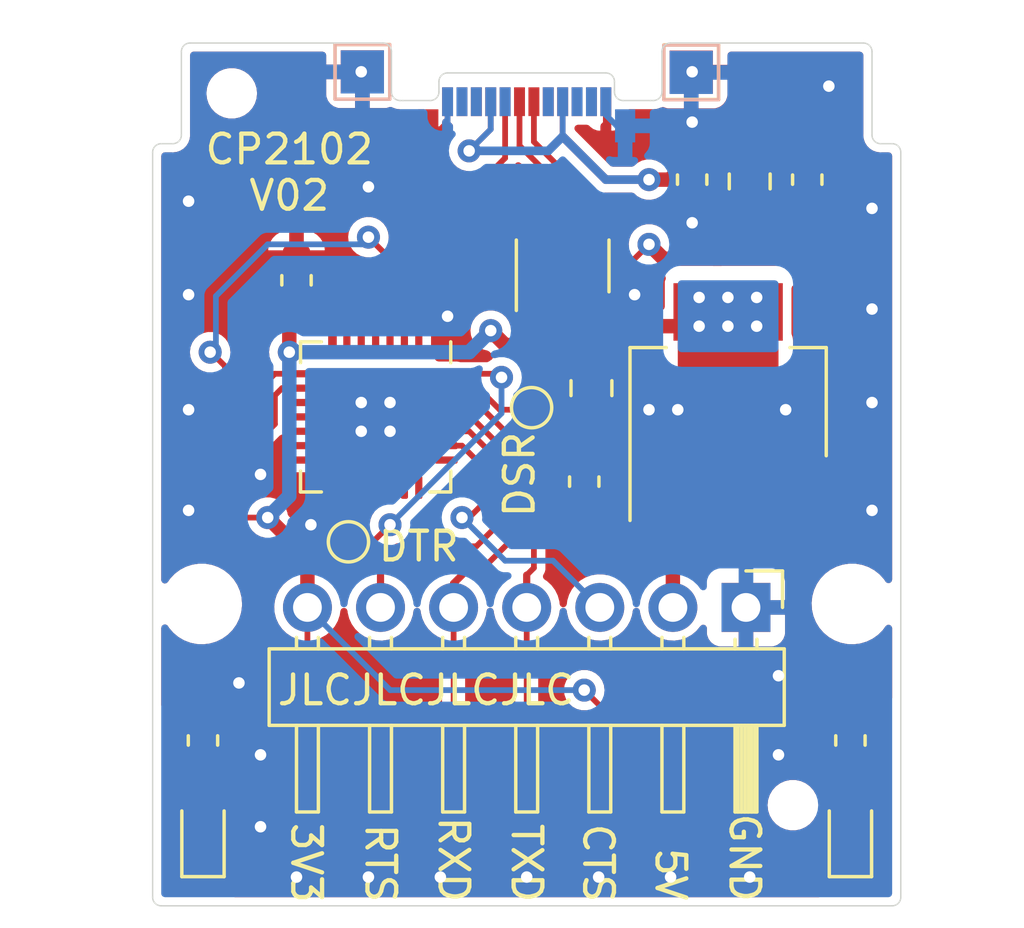
<source format=kicad_pcb>
(kicad_pcb (version 20210722) (generator pcbnew)
  (layers (0 "F.Cu" signal) (31 "B.Cu" signal) (34 "B.Paste" user) (35 "F.Paste" user) (36 "B.SilkS" user "B.Silkscreen") (37 "F.SilkS" user "F.Silkscreen") (38 "B.Mask" user) (39 "F.Mask" user) (44 "Edge.Cuts" user))
  (net 0 "")
  (net 1 "VBUS")
  (net 2 "GND")
  (net 3 "+5V")
  (net 4 "+3V3")
  (net 5 "RTS")
  (net 6 "RXD")
  (net 7 "TXD")
  (net 8 "DTR")
  (net 10 "D-")
  (net 11 "D+")
  (net 12 "Net-(P1-PadA5)")
  (net 13 "Net-(R2-Pad2)")
  (net 14 "Net-(R3-Pad1)")
  (net 15 "DCD")
  (net 30 "CTS")
  (net 31 "DSR")
  (net 32 "ESD_D+")
  (net 33 "ESD_D-")
  (net 34 "Net-(D1-Pad2)")
  (net 35 "Net-(D2-Pad2)")
  (footprint "Inductor_SMD:L_0805_2012Metric" (layer "F.Cu") (at 90.25 32.5625 -90)
    (fp_text reference "FB1" hide)
    (fp_text value "100R")
    (fp_line (start -0.258578 -0.71) (end 0.258578 -0.71) (layer "F.SilkS") (width 0.12))
    (fp_line (start -0.258578 0.71) (end 0.258578 0.71) (layer "F.SilkS") (width 0.12))
    (pad "1" smd roundrect locked (at -0.9375 0 270) (size 0.975 1.4) (layers "F.Cu" "F.Paste" "F.Mask") (net 1 "VBUS"))
    (pad "2" smd roundrect locked (at 0.9375 0 270) (size 0.975 1.4) (layers "F.Cu" "F.Paste" "F.Mask") (net 3 "+5V"))
  )
  (footprint "Resistor_SMD:R_0603_1608Metric" (layer "F.Cu") (at 71.25 52 -90)
    (fp_text reference "R5" hide)
    (fp_text value "470")
    (fp_line (start -0.162779 0.51) (end 0.162779 0.51) (layer "F.SilkS") (width 0.12))
    (fp_line (start -0.162779 -0.51) (end 0.162779 -0.51) (layer "F.SilkS") (width 0.12))
    (pad "1" smd roundrect locked (at -0.7875 0 270) (size 0.875 0.95) (layers "F.Cu" "F.Paste" "F.Mask") (net 4 "+3V3"))
    (pad "2" smd roundrect locked (at 0.7875 0 270) (size 0.875 0.95) (layers "F.Cu" "F.Paste" "F.Mask") (net 34 "Net-(D1-Pad2)"))
  )
  (footprint "Capacitor_SMD:C_0402_1005Metric" (layer "F.Cu") (at 75.75 36.5 90)
    (fp_text reference "C7" hide)
    (fp_text value "0.1u")
    (pad "1" smd roundrect locked (at -0.485 0 90) (size 0.59 0.64) (layers "F.Cu" "F.Paste" "F.Mask") (net 4 "+3V3"))
    (pad "2" smd roundrect locked (at 0.485 0 90) (size 0.59 0.64) (layers "F.Cu" "F.Paste" "F.Mask") (net 2 "GND"))
  )
  (footprint "MountingHole:MountingHole_2.2mm_M2" (layer "F.Cu") (at 71.204087 47.253302)
    (fp_text reference "H1" hide)
    (fp_text value "MountingHole")
    (pad "1" np_thru_hole circle locked (at 0 0) (size 2.2 2.2) (drill 2.2) (layers *.Cu *.Mask))
  )
  (footprint "Connector_PinHeader_2.54mm:PinHeader_1x07_P2.54mm_Horizontal" (layer "F.Cu") (at 90.12 47.375 -90)
    (fp_text reference "J1" hide)
    (fp_text value "Conn_01x07_Male")
    (fp_text user "CTS" (at 8.886548 5.133483 -90 unlocked) (layer "F.SilkS"))
    (fp_text user "RXD" (at 8.763 10.16 -90 unlocked) (layer "F.SilkS"))
    (fp_text user "TXD" (at 8.89 7.62 -90 unlocked) (layer "F.SilkS"))
    (fp_text user "3V3" (at 8.879762 15.276797 -90 unlocked) (layer "F.SilkS"))
    (fp_text user "GND" (at 8.702515 0.047931 -90 unlocked) (layer "F.SilkS"))
    (fp_text user "RTS" (at 8.89 12.7 -90 unlocked) (layer "F.SilkS"))
    (fp_text user "5V" (at 9.278218 2.619299 -90 unlocked) (layer "F.SilkS"))
    (fp_line (start 4.1 4.7) (end 7.112 4.7) (layer "F.SilkS") (width 0.12))
    (fp_line (start 7.112 5.46) (end 4.1 5.46) (layer "F.SilkS") (width 0.12))
    (fp_line (start 4.1 -0.38) (end 7.112 -0.38) (layer "F.SilkS") (width 0.12))
    (fp_line (start 7.112 10.54) (end 4.1 10.54) (layer "F.SilkS") (width 0.12))
    (fp_line (start 7.112 14.86) (end 7.112 15.62) (layer "F.SilkS") (width 0.12))
    (fp_line (start 4.1 -0.08) (end 7.112 -0.08) (layer "F.SilkS") (width 0.12))
    (fp_line (start 7.112 2.16) (end 7.112 2.92) (layer "F.SilkS") (width 0.12))
    (fp_line (start 4.1 16.57) (end 4.1 -1.33) (layer "F.SilkS") (width 0.12))
    (fp_line (start 4.1 12.32) (end 7.112 12.32) (layer "F.SilkS") (width 0.12))
    (fp_line (start 7.112 9.78) (end 7.112 10.54) (layer "F.SilkS") (width 0.12))
    (fp_line (start 1.042929 4.7) (end 1.44 4.7) (layer "F.SilkS") (width 0.12))
    (fp_line (start 1.042929 8) (end 1.44 8) (layer "F.SilkS") (width 0.12))
    (fp_line (start 4.1 0.28) (end 7.112 0.28) (layer "F.SilkS") (width 0.12))
    (fp_line (start 7.112 -0.38) (end 7.112 0.38) (layer "F.SilkS") (width 0.12))
    (fp_line (start 4.1 0.04) (end 7.112 0.04) (layer "F.SilkS") (width 0.12))
    (fp_line (start 7.112 2.92) (end 4.1 2.92) (layer "F.SilkS") (width 0.12))
    (fp_line (start 4.1 -0.32) (end 7.112 -0.32) (layer "F.SilkS") (width 0.12))
    (fp_line (start 1.042929 9.78) (end 1.44 9.78) (layer "F.SilkS") (width 0.12))
    (fp_line (start 1.44 -1.33) (end 1.44 16.57) (layer "F.SilkS") (width 0.12))
    (fp_line (start 1.042929 13.08) (end 1.44 13.08) (layer "F.SilkS") (width 0.12))
    (fp_line (start 4.1 -1.33) (end 1.44 -1.33) (layer "F.SilkS") (width 0.12))
    (fp_line (start -1.27 -1.27) (end 0 -1.27) (layer "F.SilkS") (width 0.12))
    (fp_line (start 1.042929 2.92) (end 1.44 2.92) (layer "F.SilkS") (width 0.12))
    (fp_line (start 4.1 0.16) (end 7.112 0.16) (layer "F.SilkS") (width 0.12))
    (fp_line (start 1.042929 10.54) (end 1.44 10.54) (layer "F.SilkS") (width 0.12))
    (fp_line (start 1.042929 5.46) (end 1.44 5.46) (layer "F.SilkS") (width 0.12))
    (fp_line (start 4.1 9.78) (end 7.112 9.78) (layer "F.SilkS") (width 0.12))
    (fp_line (start 1.042929 15.62) (end 1.44 15.62) (layer "F.SilkS") (width 0.12))
    (fp_line (start 7.112 0.38) (end 4.1 0.38) (layer "F.SilkS") (width 0.12))
    (fp_line (start 4.1 2.16) (end 7.112 2.16) (layer "F.SilkS") (width 0.12))
    (fp_line (start 4.1 -0.2) (end 7.112 -0.2) (layer "F.SilkS") (width 0.12))
    (fp_line (start 7.112 12.319) (end 7.112 13.079) (layer "F.SilkS") (width 0.12))
    (fp_line (start 7.112 15.62) (end 4.1 15.62) (layer "F.SilkS") (width 0.12))
    (fp_line (start 7.112 4.7) (end 7.112 5.46) (layer "F.SilkS") (width 0.12))
    (fp_line (start -1.27 0) (end -1.27 -1.27) (layer "F.SilkS") (width 0.12))
    (fp_line (start 1.44 16.57) (end 4.1 16.57) (layer "F.SilkS") (width 0.12))
    (fp_line (start 7.112 13.08) (end 4.1 13.08) (layer "F.SilkS") (width 0.12))
    (fp_line (start 4.1 7.24) (end 7.112 7.24) (layer "F.SilkS") (width 0.12))
    (fp_line (start 1.11 0.38) (end 1.44 0.38) (layer "F.SilkS") (width 0.12))
    (fp_line (start 7.112 8) (end 4.1 8) (layer "F.SilkS") (width 0.12))
    (fp_line (start 7.112 7.24) (end 7.112 8) (layer "F.SilkS") (width 0.12))
    (fp_line (start 1.11 -0.38) (end 1.44 -0.38) (layer "F.SilkS") (width 0.12))
    (fp_line (start 4.1 14.86) (end 7.112 14.86) (layer "F.SilkS") (width 0.12))
    (fp_line (start 1.042929 7.24) (end 1.44 7.24) (layer "F.SilkS") (width 0.12))
    (fp_line (start 1.042929 2.16) (end 1.44 2.16) (layer "F.SilkS") (width 0.12))
    (fp_line (start 1.042929 14.86) (end 1.44 14.86) (layer "F.SilkS") (width 0.12))
    (fp_line (start 1.042929 12.32) (end 1.44 12.32) (layer "F.SilkS") (width 0.12))
    (pad "1" thru_hole rect locked (at 0 0 270) (size 1.7 1.7) (drill 1) (layers *.Cu *.Mask) (net 2 "GND"))
    (pad "2" thru_hole oval locked (at 0 2.54 270) (size 1.7 1.7) (drill 1) (layers *.Cu *.Mask) (net 3 "+5V"))
    (pad "3" thru_hole oval locked (at 0 5.08 270) (size 1.7 1.7) (drill 1) (layers *.Cu *.Mask) (net 30 "CTS"))
    (pad "4" thru_hole oval locked (at 0 7.62 270) (size 1.7 1.7) (drill 1) (layers *.Cu *.Mask) (net 7 "TXD"))
    (pad "5" thru_hole oval locked (at 0 10.16 270) (size 1.7 1.7) (drill 1) (layers *.Cu *.Mask) (net 6 "RXD"))
    (pad "6" thru_hole oval locked (at 0 12.7 270) (size 1.7 1.7) (drill 1) (layers *.Cu *.Mask) (net 5 "RTS"))
    (pad "7" thru_hole oval locked (at 0 15.24 270) (size 1.7 1.7) (drill 1) (layers *.Cu *.Mask) (net 4 "+3V3"))
  )
  (footprint "Package_DFN_QFN:QFN-28-1EP_5x5mm_P0.5mm_EP3.35x3.35mm" (layer "F.Cu") (at 77.25 40.75 -90)
    (fp_text reference "U2" hide)
    (fp_text value "CP2102N-A01-GQFN28")
    (fp_line (start 1.885 2.61) (end 2.61 2.61) (layer "F.SilkS") (width 0.12))
    (fp_line (start -1.885 2.61) (end -2.61 2.61) (layer "F.SilkS") (width 0.12))
    (fp_line (start 1.885 -2.61) (end 2.61 -2.61) (layer "F.SilkS") (width 0.12))
    (fp_line (start -2.61 2.61) (end -2.61 1.885) (layer "F.SilkS") (width 0.12))
    (fp_line (start 2.61 -2.61) (end 2.61 -1.885) (layer "F.SilkS") (width 0.12))
    (fp_line (start -1.885 -2.61) (end -2.61 -2.61) (layer "F.SilkS") (width 0.12))
    (fp_line (start 2.61 2.61) (end 2.61 1.885) (layer "F.SilkS") (width 0.12))
    (pad "1" smd roundrect locked (at -2.45 -1.5 270) (size 0.8 0.25) (layers "F.Cu" "F.Paste" "F.Mask") (net 15 "DCD"))
    (pad "2" smd roundrect locked (at -2.45 -1 270) (size 0.8 0.25) (layers "F.Cu" "F.Paste" "F.Mask"))
    (pad "3" smd roundrect locked (at -2.45 -0.5 270) (size 0.8 0.25) (layers "F.Cu" "F.Paste" "F.Mask") (net 2 "GND"))
    (pad "4" smd roundrect locked (at -2.45 0 270) (size 0.8 0.25) (layers "F.Cu" "F.Paste" "F.Mask") (net 32 "ESD_D+"))
    (pad "5" smd roundrect locked (at -2.45 0.5 270) (size 0.8 0.25) (layers "F.Cu" "F.Paste" "F.Mask") (net 33 "ESD_D-"))
    (pad "6" smd roundrect locked (at -2.45 1 270) (size 0.8 0.25) (layers "F.Cu" "F.Paste" "F.Mask") (net 4 "+3V3"))
    (pad "7" smd roundrect locked (at -2.45 1.5 270) (size 0.8 0.25) (layers "F.Cu" "F.Paste" "F.Mask") (net 4 "+3V3"))
    (pad "8" smd roundrect locked (at -1.5 2.45 270) (size 0.25 0.8) (layers "F.Cu" "F.Paste" "F.Mask") (net 14 "Net-(R3-Pad1)"))
    (pad "9" smd roundrect locked (at -1 2.45 270) (size 0.25 0.8) (layers "F.Cu" "F.Paste" "F.Mask") (net 13 "Net-(R2-Pad2)"))
    (pad "10" smd roundrect locked (at -0.5 2.45 270) (size 0.25 0.8) (layers "F.Cu" "F.Paste" "F.Mask"))
    (pad "11" smd roundrect locked (at 0 2.45 270) (size 0.25 0.8) (layers "F.Cu" "F.Paste" "F.Mask"))
    (pad "12" smd roundrect locked (at 0.5 2.45 270) (size 0.25 0.8) (layers "F.Cu" "F.Paste" "F.Mask"))
    (pad "13" smd roundrect locked (at 1 2.45 270) (size 0.25 0.8) (layers "F.Cu" "F.Paste" "F.Mask"))
    (pad "14" smd roundrect locked (at 1.5 2.45 270) (size 0.25 0.8) (layers "F.Cu" "F.Paste" "F.Mask"))
    (pad "15" smd roundrect locked (at 2.45 1.5 270) (size 0.8 0.25) (layers "F.Cu" "F.Paste" "F.Mask"))
    (pad "16" smd roundrect locked (at 2.45 1 270) (size 0.8 0.25) (layers "F.Cu" "F.Paste" "F.Mask"))
    (pad "17" smd roundrect locked (at 2.45 0.5 270) (size 0.8 0.25) (layers "F.Cu" "F.Paste" "F.Mask"))
    (pad "18" smd roundrect locked (at 2.45 0 270) (size 0.8 0.25) (layers "F.Cu" "F.Paste" "F.Mask"))
    (pad "19" smd roundrect locked (at 2.45 -0.5 270) (size 0.8 0.25) (layers "F.Cu" "F.Paste" "F.Mask"))
    (pad "20" smd roundrect locked (at 2.45 -1 270) (size 0.8 0.25) (layers "F.Cu" "F.Paste" "F.Mask"))
    (pad "21" smd roundrect locked (at 2.45 -1.5 270) (size 0.8 0.25) (layers "F.Cu" "F.Paste" "F.Mask"))
    (pad "22" smd roundrect locked (at 1.5 -2.45 270) (size 0.25 0.8) (layers "F.Cu" "F.Paste" "F.Mask"))
    (pad "23" smd roundrect locked (at 1 -2.45 270) (size 0.25 0.8) (layers "F.Cu" "F.Paste" "F.Mask") (net 30 "CTS"))
    (pad "24" smd roundrect locked (at 0.5 -2.45 270) (size 0.25 0.8) (layers "F.Cu" "F.Paste" "F.Mask") (net 5 "RTS"))
    (pad "25" smd roundrect locked (at 0 -2.45 270) (size 0.25 0.8) (layers "F.Cu" "F.Paste" "F.Mask") (net 6 "RXD"))
    (pad "26" smd roundrect locked (at -0.5 -2.45 270) (size 0.25 0.8) (layers "F.Cu" "F.Paste" "F.Mask") (net 7 "TXD"))
    (pad "27" smd roundrect locked (at -1 -2.45 270) (size 0.25 0.8) (layers "F.Cu" "F.Paste" "F.Mask") (net 31 "DSR"))
    (pad "28" smd roundrect locked (at -1.5 -2.45 270) (size 0.25 0.8) (layers "F.Cu" "F.Paste" "F.Mask") (net 8 "DTR"))
    (pad "29" smd rect locked (at 0 0 270) (size 3.35 3.35) (layers "F.Cu" "F.Mask") (net 2 "GND"))
  )
  (footprint "Resistor_SMD:R_0603_1608Metric" (layer "F.Cu") (at 93.75 52 -90)
    (fp_text reference "R6" hide)
    (fp_text value "470")
    (fp_line (start -0.162779 0.51) (end 0.162779 0.51) (layer "F.SilkS") (width 0.12))
    (fp_line (start -0.162779 -0.51) (end 0.162779 -0.51) (layer "F.SilkS") (width 0.12))
    (pad "1" smd roundrect locked (at -0.7875 0 270) (size 0.875 0.95) (layers "F.Cu" "F.Paste" "F.Mask") (net 4 "+3V3"))
    (pad "2" smd roundrect locked (at 0.7875 0 270) (size 0.875 0.95) (layers "F.Cu" "F.Paste" "F.Mask") (net 35 "Net-(D2-Pad2)"))
  )
  (footprint "MountingHole:MountingHole_2.2mm_M2" (layer "F.Cu") (at 93.804087 47.253302)
    (fp_text reference "H2" hide)
    (fp_text value "MountingHole")
    (pad "1" np_thru_hole circle locked (at 0 0) (size 2.2 2.2) (drill 2.2) (layers *.Cu *.Mask))
  )
  (footprint "Resistor_SMD:R_0402_1005Metric" (layer "F.Cu") (at 72.5 41.5)
    (fp_text reference "R2" hide)
    (fp_text value "1k")
    (pad "1" smd roundrect locked (at -0.485 0) (size 0.59 0.64) (layers "F.Cu" "F.Paste" "F.Mask") (net 4 "+3V3"))
    (pad "2" smd roundrect locked (at 0.485 0) (size 0.59 0.64) (layers "F.Cu" "F.Paste" "F.Mask") (net 13 "Net-(R2-Pad2)"))
  )
  (footprint "Resistor_SMD:R_0402_1005Metric" (layer "F.Cu") (at 80.25 33.75 -90)
    (fp_text reference "R1" hide)
    (fp_text value "5.1K")
    (pad "1" smd roundrect locked (at -0.485 0 270) (size 0.59 0.64) (layers "F.Cu" "F.Paste" "F.Mask") (net 12 "Net-(P1-PadA5)"))
    (pad "2" smd roundrect locked (at 0.485 0 270) (size 0.59 0.64) (layers "F.Cu" "F.Paste" "F.Mask") (net 2 "GND"))
  )
  (footprint "TestPoint:TestPoint_Pad_D1.0mm" (layer "F.Cu") (at 76.305662 45.092617)
    (fp_text reference "TP1" hide)
    (fp_text value "CTS")
    (fp_circle (center 0 0) (end 0 0.7) (layer "F.SilkS") (width 0.12) (fill none))
    (pad "1" smd circle locked (at 0 0) (size 1 1) (layers "F.Cu" "F.Mask") (net 8 "DTR"))
  )
  (footprint "Package_TO_SOT_SMD:SOT-223-3_TabPin2" (layer "F.Cu") (at 89.5 40.25 90)
    (fp_text reference "U3" hide)
    (fp_text value "AMS1117-3.3")
    (fp_line (start -1.85 3.41) (end 1.91 3.41) (layer "F.SilkS") (width 0.12))
    (fp_line (start -4.1 -3.41) (end 1.91 -3.41) (layer "F.SilkS") (width 0.12))
    (fp_line (start 1.91 3.41) (end 1.91 2.15) (layer "F.SilkS") (width 0.12))
    (fp_line (start 1.91 -3.41) (end 1.91 -2.15) (layer "F.SilkS") (width 0.12))
    (pad "1" smd rect locked (at -3.15 -2.3 90) (size 2 1.5) (layers "F.Cu" "F.Paste" "F.Mask") (net 2 "GND"))
    (pad "2" smd rect locked (at 3.15 0 90) (size 2 3.8) (layers "F.Cu" "F.Paste" "F.Mask") (net 4 "+3V3"))
    (pad "2" smd rect locked (at -3.15 0 90) (size 2 1.5) (layers "F.Cu" "F.Paste" "F.Mask") (net 4 "+3V3"))
    (pad "3" smd rect locked (at -3.15 2.3 90) (size 2 1.5) (layers "F.Cu" "F.Paste" "F.Mask") (net 3 "+5V"))
  )
  (footprint "TestPoint:TestPoint_Pad_1.5x1.5mm" (layer "F.Cu") (at 76.788836 28.752515)
    (fp_text reference "TP3" hide)
    (fp_text value "P1")
    (fp_line (start 0.95 -0.95) (end 0.95 0.95) (layer "F.SilkS") (width 0.12))
    (fp_line (start -0.95 0.95) (end -0.95 -0.95) (layer "F.SilkS") (width 0.12))
    (fp_line (start 0.95 0.95) (end -0.95 0.95) (layer "F.SilkS") (width 0.12))
    (fp_line (start -0.95 -0.95) (end 0.95 -0.95) (layer "F.SilkS") (width 0.12))
    (pad "1" smd rect locked (at 0 0) (size 1.5 1.5) (layers "F.Cu" "F.Mask") (net 2 "GND"))
  )
  (footprint "Framework_Serial:USB_C_Plug_Molex_105444" (layer "F.Cu") (at 82.5 29.75)
    (fp_text reference "P1" hide)
    (fp_text value "USB_C_Plug_USB2.0")
    (fp_line (start 3.05 -0.66) (end 3.05 -0.3) (layer "Edge.Cuts") (width 0.05))
    (fp_line (start -3.05 -0.66) (end -3.05 -0.3) (layer "Edge.Cuts") (width 0.05))
    (fp_line (start 3.35 0) (end 4.3 0) (layer "Edge.Cuts") (width 0.05))
    (fp_line (start -3.35 0) (end -4.3 0) (layer "Edge.Cuts") (width 0.05))
    (fp_line (start -2.75 -0.96) (end 2.75 -0.96) (layer "Edge.Cuts") (width 0.05))
    (fp_arc (start 2.75 -0.66) (end 2.75 -0.96) (angle 90) (layer "Edge.Cuts") (width 0.05))
    (fp_arc (start -2.75 -0.66) (end -3.05 -0.66) (angle 90) (layer "Edge.Cuts") (width 0.05))
    (fp_arc (start -3.35 -0.3) (end -3.05 -0.3) (angle 90) (layer "Edge.Cuts") (width 0.05))
    (fp_arc (start 3.35 -0.3) (end 3.35 0) (angle 90) (layer "Edge.Cuts") (width 0.05))
    (pad "A1" smd rect locked (at -2.75 0.04) (size 0.38 1) (layers "F.Cu" "F.Paste" "F.Mask") (net 2 "GND"))
    (pad "A2" smd rect locked (at -2.25 0.04) (size 0.38 1) (layers "F.Cu" "F.Paste" "F.Mask"))
    (pad "A3" smd rect locked (at -1.75 0.04) (size 0.38 1) (layers "F.Cu" "F.Paste" "F.Mask"))
    (pad "A4" smd rect locked (at -1.25 0.04) (size 0.38 1) (layers "F.Cu" "F.Paste" "F.Mask") (net 1 "VBUS"))
    (pad "A5" smd rect locked (at -0.75 0.04) (size 0.38 1) (layers "F.Cu" "F.Paste" "F.Mask") (net 12 "Net-(P1-PadA5)"))
    (pad "A6" smd rect locked (at -0.25 0.04) (size 0.38 1) (layers "F.Cu" "F.Paste" "F.Mask") (net 11 "D+"))
    (pad "A7" smd rect locked (at 0.25 0.04) (size 0.38 1) (layers "F.Cu" "F.Paste" "F.Mask") (net 10 "D-"))
    (pad "A8" smd rect locked (at 0.75 0.04) (size 0.38 1) (layers "F.Cu" "F.Paste" "F.Mask"))
    (pad "A9" smd rect locked (at 1.25 0.04) (size 0.38 1) (layers "F.Cu" "F.Paste" "F.Mask") (net 1 "VBUS"))
    (pad "A10" smd rect locked (at 1.75 0.04) (size 0.38 1) (layers "F.Cu" "F.Paste" "F.Mask"))
    (pad "A11" smd rect locked (at 2.25 0.04) (size 0.38 1) (layers "F.Cu" "F.Paste" "F.Mask"))
    (pad "A12" smd rect locked (at 2.75 0.04) (size 0.38 1) (layers "F.Cu" "F.Paste" "F.Mask") (net 2 "GND"))
    (pad "B1" smd rect locked (at 2.75 0.04) (size 0.38 1) (layers "B.Cu" "B.Paste" "B.Mask") (net 2 "GND"))
    (pad "B2" smd rect locked (at 2.25 0.04) (size 0.38 1) (layers "B.Cu" "B.Paste" "B.Mask"))
    (pad "B3" smd rect locked (at 1.75 0.04) (size 0.38 1) (layers "B.Cu" "B.Paste" "B.Mask"))
    (pad "B4" smd rect locked (at 1.25 0.04) (size 0.38 1) (layers "B.Cu" "B.Paste" "B.Mask") (net 1 "VBUS"))
    (pad "B5" smd rect locked (at 0.75 0.04) (size 0.38 1) (layers "B.Cu" "B.Paste" "B.Mask"))
    (pad "B8" smd rect locked (at -0.75 0.04) (size 0.38 1) (layers "B.Cu" "B.Paste" "B.Mask"))
    (pad "B9" smd rect locked (at -1.25 0.04) (size 0.38 1) (layers "B.Cu" "B.Paste" "B.Mask") (net 1 "VBUS"))
    (pad "B10" smd rect locked (at -1.75 0.04) (size 0.38 1) (layers "B.Cu" "B.Paste" "B.Mask"))
    (pad "B11" smd rect locked (at -2.25 0.04) (size 0.38 1) (layers "B.Cu" "B.Paste" "B.Mask"))
    (pad "B12" smd rect locked (at -2.75 0.04) (size 0.38 1) (layers "B.Cu" "B.Paste" "B.Mask") (net 2 "GND"))
    (pad "S1" smd rect locked (at -3.42 0.88) (size 0.7 1.15) (layers "F.Cu" "F.Paste" "F.Mask") (net 2 "GND"))
    (pad "S1" smd rect locked (at 3.42 0.88) (size 0.7 1.15) (layers "B.Cu" "B.Paste" "B.Mask") (net 2 "GND"))
  )
  (footprint "Resistor_SMD:R_0402_1005Metric" (layer "F.Cu") (at 72.5 39.5 180)
    (fp_text reference "R3" hide)
    (fp_text value "22.1k")
    (pad "1" smd roundrect locked (at -0.485 0 180) (size 0.59 0.64) (layers "F.Cu" "F.Paste" "F.Mask") (net 14 "Net-(R3-Pad1)"))
    (pad "2" smd roundrect locked (at 0.485 0 180) (size 0.59 0.64) (layers "F.Cu" "F.Paste" "F.Mask") (net 3 "+5V"))
  )
  (footprint "MountingHole:MountingHole_2.1mm" (layer "F.Cu") (at 72.25 29.5)
    (fp_text reference "REF**" hide)
    (fp_text value "MountingHole_2.1mm")
    (pad "" np_thru_hole circle locked (at 0 0) (size 1.152 1.152) (drill 1.152) (layers F&B.Cu *.Mask) (clearance 0.3))
  )
  (footprint "Capacitor_SMD:C_0603_1608Metric" (layer "F.Cu") (at 88.25 32.5 -90)
    (fp_text reference "C1" hide)
    (fp_text value "1u")
    (fp_line (start -0.162779 0.51) (end 0.162779 0.51) (layer "F.SilkS") (width 0.12))
    (fp_line (start -0.162779 -0.51) (end 0.162779 -0.51) (layer "F.SilkS") (width 0.12))
    (pad "1" smd roundrect locked (at -0.7875 0 270) (size 0.875 0.95) (layers "F.Cu" "F.Paste" "F.Mask") (net 1 "VBUS"))
    (pad "2" smd roundrect locked (at 0.7875 0 270) (size 0.875 0.95) (layers "F.Cu" "F.Paste" "F.Mask") (net 2 "GND"))
  )
  (footprint "Package_TO_SOT_SMD:SOT-23-6" (layer "F.Cu") (at 83.75 35.5 90)
    (fp_text reference "U1" hide)
    (fp_text value "USBLC6-2SC6")
    (fp_line (start -0.9 1.61) (end 0.9 1.61) (layer "F.SilkS") (width 0.12))
    (fp_line (start 0.9 -1.61) (end -1.55 -1.61) (layer "F.SilkS") (width 0.12))
    (pad "1" smd rect locked (at -1.1 -0.95 90) (size 1.06 0.65) (layers "F.Cu" "F.Paste" "F.Mask") (net 32 "ESD_D+"))
    (pad "2" smd rect locked (at -1.1 0 90) (size 1.06 0.65) (layers "F.Cu" "F.Paste" "F.Mask") (net 2 "GND"))
    (pad "3" smd rect locked (at -1.1 0.95 90) (size 1.06 0.65) (layers "F.Cu" "F.Paste" "F.Mask") (net 33 "ESD_D-"))
    (pad "4" smd rect locked (at 1.1 0.95 90) (size 1.06 0.65) (layers "F.Cu" "F.Paste" "F.Mask") (net 10 "D-"))
    (pad "5" smd rect locked (at 1.1 0 90) (size 1.06 0.65) (layers "F.Cu" "F.Paste" "F.Mask") (net 3 "+5V"))
    (pad "6" smd rect locked (at 1.1 -0.95 90) (size 1.06 0.65) (layers "F.Cu" "F.Paste" "F.Mask") (net 11 "D+"))
  )
  (footprint "MountingHole:MountingHole_2.1mm" (layer "F.Cu") (at 91.75 54.25)
    (fp_text reference "REF**" hide)
    (fp_text value "MountingHole_2.1mm")
    (pad "" np_thru_hole circle locked (at 0 0) (size 1.152 1.152) (drill 1.152) (layers F&B.Cu *.Mask) (clearance 0.3))
  )
  (footprint "Resistor_SMD:R_0402_1005Metric" (layer "F.Cu") (at 72.5 40.5)
    (fp_text reference "R4" hide)
    (fp_text value "47.5k")
    (pad "1" smd roundrect locked (at -0.485 0) (size 0.59 0.64) (layers "F.Cu" "F.Paste" "F.Mask") (net 2 "GND"))
    (pad "2" smd roundrect locked (at 0.485 0) (size 0.59 0.64) (layers "F.Cu" "F.Paste" "F.Mask") (net 14 "Net-(R3-Pad1)"))
  )
  (footprint "Capacitor_SMD:C_0603_1608Metric" (layer "F.Cu") (at 74.5 36 90)
    (fp_text reference "C6" hide)
    (fp_text value "4.7u")
    (fp_line (start -0.162779 -0.51) (end 0.162779 -0.51) (layer "F.SilkS") (width 0.12))
    (fp_line (start -0.162779 0.51) (end 0.162779 0.51) (layer "F.SilkS") (width 0.12))
    (pad "1" smd roundrect locked (at -0.7875 0 90) (size 0.875 0.95) (layers "F.Cu" "F.Paste" "F.Mask") (net 4 "+3V3"))
    (pad "2" smd roundrect locked (at 0.7875 0 90) (size 0.875 0.95) (layers "F.Cu" "F.Paste" "F.Mask") (net 2 "GND"))
  )
  (footprint "LED_SMD:LED_0603_1608Metric" (layer "F.Cu") (at 71.25 55.25 90)
    (fp_text reference "D1" hide)
    (fp_text value "Yl")
    (fp_line (start -1.485 0.735) (end 0.8 0.735) (layer "F.SilkS") (width 0.12))
    (fp_line (start -1.485 -0.735) (end -1.485 0.735) (layer "F.SilkS") (width 0.12))
    (fp_line (start 0.8 -0.735) (end -1.485 -0.735) (layer "F.SilkS") (width 0.12))
    (pad "1" smd roundrect locked (at -0.7875 0 90) (size 0.875 0.95) (layers "F.Cu" "F.Paste" "F.Mask") (net 6 "RXD"))
    (pad "2" smd roundrect locked (at 0.7875 0 90) (size 0.875 0.95) (layers "F.Cu" "F.Paste" "F.Mask") (net 34 "Net-(D1-Pad2)"))
  )
  (footprint "TestPoint:TestPoint_Pad_D1.0mm" (layer "F.Cu") (at 82.670051 40.428698)
    (fp_text reference "TP2" hide)
    (fp_text value "DSR")
    (fp_circle (center 0 0) (end 0 0.7) (layer "F.SilkS") (width 0.12) (fill none))
    (pad "1" smd circle locked (at 0 0) (size 1 1) (layers "F.Cu" "F.Mask") (net 31 "DSR"))
  )
  (footprint "LED_SMD:LED_0603_1608Metric" (layer "F.Cu") (at 93.75 55.25 90)
    (fp_text reference "D2" hide)
    (fp_text value "Gr")
    (fp_line (start -1.485 -0.735) (end -1.485 0.735) (layer "F.SilkS") (width 0.12))
    (fp_line (start 0.8 -0.735) (end -1.485 -0.735) (layer "F.SilkS") (width 0.12))
    (fp_line (start -1.485 0.735) (end 0.8 0.735) (layer "F.SilkS") (width 0.12))
    (pad "1" smd roundrect locked (at -0.7875 0 90) (size 0.875 0.95) (layers "F.Cu" "F.Paste" "F.Mask") (net 7 "TXD"))
    (pad "2" smd roundrect locked (at 0.7875 0 90) (size 0.875 0.95) (layers "F.Cu" "F.Paste" "F.Mask") (net 35 "Net-(D2-Pad2)"))
  )
  (footprint "TestPoint:TestPoint_Pad_1.5x1.5mm" (layer "F.Cu") (at 88.21802 28.761941)
    (fp_text reference "TP4" hide)
    (fp_text value "P2")
    (fp_line (start -0.95 -0.95) (end 0.95 -0.95) (layer "F.SilkS") (width 0.12))
    (fp_line (start 0.95 0.95) (end -0.95 0.95) (layer "F.SilkS") (width 0.12))
    (fp_line (start 0.95 -0.95) (end 0.95 0.95) (layer "F.SilkS") (width 0.12))
    (fp_line (start -0.95 0.95) (end -0.95 -0.95) (layer "F.SilkS") (width 0.12))
    (pad "1" smd rect locked (at 0 0) (size 1.5 1.5) (layers "F.Cu" "F.Mask") (net 2 "GND"))
  )
  (footprint "Capacitor_SMD:C_0603_1608Metric" (layer "F.Cu") (at 84.5 43 90)
    (fp_text reference "C3" hide)
    (fp_text value "10u")
    (fp_line (start -0.162779 0.51) (end 0.162779 0.51) (layer "F.SilkS") (width 0.12))
    (fp_line (start -0.162779 -0.51) (end 0.162779 -0.51) (layer "F.SilkS") (width 0.12))
    (pad "1" smd roundrect locked (at -0.7875 0 90) (size 0.875 0.95) (layers "F.Cu" "F.Paste" "F.Mask") (net 3 "+5V"))
    (pad "2" smd roundrect locked (at 0.7875 0 90) (size 0.875 0.95) (layers "F.Cu" "F.Paste" "F.Mask") (net 2 "GND"))
  )
  (footprint "Capacitor_SMD:C_0603_1608Metric" (layer "F.Cu") (at 92.25 32.5 90)
    (fp_text reference "C2" hide)
    (fp_text value "1u")
    (fp_line (start -0.162779 -0.51) (end 0.162779 -0.51) (layer "F.SilkS") (width 0.12))
    (fp_line (start -0.162779 0.51) (end 0.162779 0.51) (layer "F.SilkS") (width 0.12))
    (pad "1" smd roundrect locked (at -0.7875 0 90) (size 0.875 0.95) (layers "F.Cu" "F.Paste" "F.Mask") (net 3 "+5V"))
    (pad "2" smd roundrect locked (at 0.7875 0 90) (size 0.875 0.95) (layers "F.Cu" "F.Paste" "F.Mask") (net 2 "GND"))
  )
  (footprint "Capacitor_SMD:C_0805_2012Metric" (layer "F.Cu") (at 84.75 39.75 -90)
    (fp_text reference "C8" hide)
    (fp_text value "22u")
    (fp_line (start -0.258578 -0.71) (end 0.258578 -0.71) (layer "F.SilkS") (width 0.12))
    (fp_line (start -0.258578 0.71) (end 0.258578 0.71) (layer "F.SilkS") (width 0.12))
    (pad "1" smd roundrect locked (at -0.9375 0 270) (size 0.975 1.4) (layers "F.Cu" "F.Paste" "F.Mask") (net 4 "+3V3"))
    (pad "2" smd roundrect locked (at 0.9375 0 270) (size 0.975 1.4) (layers "F.Cu" "F.Paste" "F.Mask") (net 2 "GND"))
  )
  (footprint "TestPoint:TestPoint_Pad_1.5x1.5mm" (layer "B.Cu") (at 88.217755 28.772041 180)
    (fp_text reference "TP5" hide)
    (fp_text value "P3" hide)
    (fp_line (start 0.95 -0.95) (end -0.95 -0.95) (layer "B.SilkS") (width 0.12))
    (fp_line (start -0.95 0.95) (end 0.95 0.95) (layer "B.SilkS") (width 0.12))
    (fp_line (start -0.95 -0.95) (end -0.95 0.95) (layer "B.SilkS") (width 0.12))
    (fp_line (start 0.95 0.95) (end 0.95 -0.95) (layer "B.SilkS") (width 0.12))
    (pad "1" smd rect locked (at 0 0 180) (size 1.5 1.5) (layers "B.Cu" "B.Mask") (net 2 "GND"))
  )
  (footprint "TestPoint:TestPoint_Pad_1.5x1.5mm" (layer "B.Cu") (at 76.790423 28.754517 180)
    (fp_text reference "TP6" hide)
    (fp_text value "P4" hide)
    (fp_line (start 0.95 -0.95) (end -0.95 -0.95) (layer "B.SilkS") (width 0.12))
    (fp_line (start -0.95 -0.95) (end -0.95 0.95) (layer "B.SilkS") (width 0.12))
    (fp_line (start -0.95 0.95) (end 0.95 0.95) (layer "B.SilkS") (width 0.12))
    (fp_line (start 0.95 0.95) (end 0.95 -0.95) (layer "B.SilkS") (width 0.12))
    (pad "1" smd rect locked (at 0 0 180) (size 1.5 1.5) (layers "B.Cu" "B.Mask") (net 2 "GND"))
  )
  (gr_arc (start 86.9 29.45) (end 86.9 29.75) (angle -90) (layer "Edge.Cuts") (width 0.05))
  (gr_arc (start 95.2 57.45) (end 95.2 57.75) (angle -90) (layer "Edge.Cuts") (width 0.05))
  (gr_arc (start 94.8 30.95) (end 94.8 31.25) (angle 90) (layer "Edge.Cuts") (width 0.05))
  (gr_line (start 94.8 31.25) (end 95.2 31.25) (layer "Edge.Cuts") (width 0.05))
  (gr_line (start 69.8 31.25) (end 70.2 31.25) (layer "Edge.Cuts") (width 0.05))
  (gr_line (start 95.5 31.55) (end 95.5 57.45) (layer "Edge.Cuts") (width 0.05))
  (gr_arc (start 77.5 28.05) (end 77.8 28.05) (angle -90) (layer "Edge.Cuts") (width 0.05))
  (gr_line (start 70.5 30.95) (end 70.5 28.05) (layer "Edge.Cuts") (width 0.05))
  (gr_arc (start 70.8 28.05) (end 70.8 27.75) (angle -90) (layer "Edge.Cuts") (width 0.05))
  (gr_line (start 78.1 29.75) (end 78.2 29.75) (layer "Edge.Cuts") (width 0.05))
  (gr_line (start 86.8 29.75) (end 86.9 29.75) (layer "Edge.Cuts") (width 0.05))
  (gr_arc (start 69.8 31.55) (end 69.5 31.55) (angle 90) (layer "Edge.Cuts") (width 0.05))
  (gr_line (start 69.5 31.55) (end 69.5 57.45) (layer "Edge.Cuts") (width 0.05))
  (gr_arc (start 70.2 30.95) (end 70.5 30.95) (angle 90) (layer "Edge.Cuts") (width 0.05))
  (gr_arc (start 78.1 29.45) (end 77.8 29.45) (angle -90) (layer "Edge.Cuts") (width 0.05))
  (gr_arc (start 94.2 28.05) (end 94.5 28.05) (angle -90) (layer "Edge.Cuts") (width 0.05))
  (gr_arc (start 95.2 31.55) (end 95.2 31.25) (angle 90) (layer "Edge.Cuts") (width 0.05))
  (gr_line (start 77.8 29.45) (end 77.8 28.05) (layer "Edge.Cuts") (width 0.05))
  (gr_arc (start 69.8 57.45) (end 69.5 57.45) (angle -90) (layer "Edge.Cuts") (width 0.05))
  (gr_line (start 87.2 29.45) (end 87.2 28.05) (layer "Edge.Cuts") (width 0.05))
  (gr_line (start 69.8 57.75) (end 95.2 57.75) (layer "Edge.Cuts") (width 0.05))
  (gr_line (start 77.5 27.75) (end 70.8 27.75) (layer "Edge.Cuts") (width 0.05))
  (gr_line (start 94.5 30.95) (end 94.5 28.05) (layer "Edge.Cuts") (width 0.05))
  (gr_arc (start 87.5 28.05) (end 87.5 27.75) (angle -90) (layer "Edge.Cuts") (width 0.05))
  (gr_line (start 87.5 27.75) (end 94.2 27.75) (layer "Edge.Cuts") (width 0.05))
  (gr_text "CP2102\nV02" (at 74.25 32.25) (layer "F.SilkS") (effects (font (size 1 1))))
  (gr_text "DTR" (at 78.75 45.25) (layer "F.SilkS") (effects (font (size 1 1))))
  (gr_text "JLCJLCJLCJLC" (at 79 50.25) (layer "F.SilkS") (effects (font (size 1 1))))
  (gr_text "DSR" (at 82.25 42.75 90) (layer "F.SilkS") (effects (font (size 1 1))))
  (segment (start 88.3375 31.625) (end 88.25 31.7125) (width 0.25) (layer "F.Cu") (net 1))
  (segment (start 80.5 31.5) (end 81.25 30.75) (width 0.2) (layer "F.Cu") (net 1))
  (segment (start 86.75 32.5) (end 87.4625 32.5) (width 0.5) (layer "F.Cu") (net 1))
  (segment (start 83.75 31) (end 83.75 29.79) (width 0.2) (layer "F.Cu") (net 1))
  (segment (start 85.25 32.5) (end 86.75 32.5) (width 0.3) (layer "F.Cu") (net 1))
  (segment (start 88.25 31.7125) (end 90.1625 31.7125) (width 0.5) (layer "F.Cu") (net 1))
  (segment (start 87.4625 32.5) (end 88.25 31.7125) (width 0.5) (layer "F.Cu") (net 1))
  (segment (start 83.75 31) (end 85.25 32.5) (width 0.3) (layer "F.Cu") (net 1))
  (segment (start 90.1625 31.7125) (end 90.25 31.625) (width 0.5) (layer "F.Cu") (net 1))
  (segment (start 81.25 30.75) (end 81.25 29.79) (width 0.2) (layer "F.Cu") (net 1))
  (via (at 80.5 31.5) (size 0.8) (drill 0.4) (layers "F.Cu" "B.Cu") (net 1))
  (via (at 86.75 32.5) (size 0.8) (drill 0.4) (layers "F.Cu" "B.Cu") (net 1))
  (segment (start 80.5 31.5) (end 81.25 30.75) (width 0.2) (layer "B.Cu") (net 1))
  (segment (start 80.5 31.5) (end 83.25 31.5) (width 0.3) (layer "B.Cu") (net 1))
  (segment (start 86.75 32.5) (end 85.25 32.5) (width 0.3) (layer "B.Cu") (net 1))
  (segment (start 81.25 30.75) (end 81.25 29.79) (width 0.2) (layer "B.Cu") (net 1))
  (segment (start 83.75 31) (end 83.75 29.79) (width 0.2) (layer "B.Cu") (net 1))
  (segment (start 83.25 31.5) (end 83.75 31) (width 0.3) (layer "B.Cu") (net 1))
  (segment (start 85.25 32.5) (end 83.75 31) (width 0.3) (layer "B.Cu") (net 1))
  (segment (start 77.75 38.3) (end 77.75 37.886294) (width 0.2) (layer "F.Cu") (net 2))
  (segment (start 79.75 30.5) (end 79.5 30.75) (width 0.2) (layer "F.Cu") (net 2))
  (segment (start 79.5 30.75) (end 79.2 30.75) (width 0.2) (layer "F.Cu") (net 2))
  (segment (start 83.75 36.6) (end 83.75 37.33) (width 0.2) (layer "F.Cu") (net 2))
  (segment (start 77.75 37.886294) (end 78.386294 37.25) (width 0.2) (layer "F.Cu") (net 2))
  (segment (start 88.25 33.2875) (end 88.25 34) (width 0.2) (layer "F.Cu") (net 2))
  (segment (start 86.25 37) (end 86.25 36.5) (width 0.2) (layer "F.Cu") (net 2))
  (segment (start 85.75 37.5) (end 86.25 37) (width 0.2) (layer "F.Cu") (net 2))
  (segment (start 83.92 37.5) (end 85.75 37.5) (width 0.2) (layer "F.Cu") (net 2))
  (segment (start 85.25 29.79) (end 85.25 30) (width 0.2) (layer "F.Cu") (net 2))
  (segment (start 85.25 29.79) (end 85.25 30.75) (width 0.2) (layer "F.Cu") (net 2))
  (segment (start 78.386294 37.25) (end 79.75 37.25) (width 0.2) (layer "F.Cu") (net 2))
  (segment (start 79.2 30.75) (end 79.08 30.63) (width 0.2) (layer "F.Cu") (net 2))
  (segment (start 79.75 29.79) (end 79.75 30.5) (width 0.2) (layer "F.Cu") (net 2))
  (segment (start 83.75 37.33) (end 83.92 37.5) (width 0.2) (layer "F.Cu") (net 2))
  (via (at 90.25 56.75) (size 0.8) (drill 0.4) (layers "F.Cu" "B.Cu") (net 2))
  (via (at 77 56.75) (size 0.8) (drill 0.4) (layers "F.Cu" "B.Cu") (net 2))
  (via (at 86.75 40.5) (size 0.8) (drill 0.4) (layers "F.Cu" "B.Cu") (net 2))
  (via (at 91.25 49.75) (size 0.8) (drill 0.4) (layers "F.Cu" "B.Cu") (net 2))
  (via (at 88.25 34) (size 0.8) (drill 0.4) (layers "F.Cu" "B.Cu") (net 2))
  (via (at 91.5 40.5) (size 0.8) (drill 0.4) (layers "F.Cu" "B.Cu") (net 2))
  (via (at 94.5 44) (size 0.8) (drill 0.4) (layers "F.Cu" "B.Cu") (net 2))
  (via (at 70.75 44) (size 0.8) (drill 0.4) (layers "F.Cu" "B.Cu") (net 2))
  (via (at 76.75 28.75) (size 0.8) (drill 0.4) (layers "F.Cu" "B.Cu") (net 2))
  (via (at 77.75 40.25) (size 0.8) (drill 0.4) (layers "F.Cu" "B.Cu") (net 2))
  (via (at 77.75 41.25) (size 0.8) (drill 0.4) (layers "F.Cu" "B.Cu") (net 2))
  (via (at 82.5 56.75) (size 0.8) (drill 0.4) (layers "F.Cu" "B.Cu") (net 2))
  (via (at 88.25 28.75) (size 0.8) (drill 0.4) (layers "F.Cu" "B.Cu") (net 2))
  (via (at 94.5 33.5) (size 0.8) (drill 0.4) (layers "F.Cu" "B.Cu") (net 2))
  (via (at 93 29.25) (size 0.8) (drill 0.4) (layers "F.Cu" "B.Cu") (net 2))
  (via (at 94.5 37) (size 0.8) (drill 0.4) (layers "F.Cu" "B.Cu") (net 2))
  (via (at 87.5 56.75) (size 0.8) (drill 0.4) (layers "F.Cu" "B.Cu") (net 2))
  (via (at 77 32.75) (size 0.8) (drill 0.4) (layers "F.Cu" "B.Cu") (net 2))
  (via (at 79.75 37.25) (size 0.8) (drill 0.4) (layers "F.Cu" "B.Cu") (net 2))
  (via (at 74.5 56.75) (size 0.8) (drill 0.4) (layers "F.Cu" "B.Cu") (net 2))
  (via (at 70.75 40.5) (size 0.8) (drill 0.4) (layers "F.Cu" "B.Cu") (net 2))
  (via (at 94.5 40.25) (size 0.8) (drill 0.4) (layers "F.Cu" "B.Cu") (net 2))
  (via (at 86.25 36.5) (size 0.8) (drill 0.4) (layers "F.Cu" "B.Cu") (net 2))
  (via (at 85 56.75) (size 0.8) (drill 0.4) (layers "F.Cu" "B.Cu") (net 2))
  (via (at 76.75 40.25) (size 0.8) (drill 0.4) (layers "F.Cu" "B.Cu") (net 2))
  (via (at 70.75 33.25) (size 0.8) (drill 0.4) (layers "F.Cu" "B.Cu") (net 2))
  (via (at 79.5 56.75) (size 0.8) (drill 0.4) (layers "F.Cu" "B.Cu") (net 2))
  (via (at 87.75 40.5) (size 0.8) (drill 0.4) (layers "F.Cu" "B.Cu") (net 2))
  (via (at 76.75 41.25) (size 0.8) (drill 0.4) (layers "F.Cu" "B.Cu") (net 2))
  (via (at 72.5 50) (size 0.8) (drill 0.4) (layers "F.Cu" "B.Cu") (net 2))
  (via (at 88.25 30.5) (size 0.8) (drill 0.4) (layers "F.Cu" "B.Cu") (net 2))
  (via (at 91.25 52.5) (size 0.8) (drill 0.4) (layers "F.Cu" "B.Cu") (net 2))
  (via (at 70.75 36.5) (size 0.8) (drill 0.4) (layers "F.Cu" "B.Cu") (net 2))
  (via (at 73.25 55) (size 0.8) (drill 0.4) (layers "F.Cu" "B.Cu") (net 2))
  (via (at 75 44.5) (size 0.8) (drill 0.4) (layers "F.Cu" "B.Cu") (net 2))
  (via (at 73.25 42.75) (size 0.8) (drill 0.4) (layers "F.Cu" "B.Cu") (net 2))
  (via (at 73.25 52.5) (size 0.8) (drill 0.4) (layers "F.Cu" "B.Cu") (net 2))
  (segment (start 85.63 30.63) (end 85.92 30.63) (width 0.2) (layer "B.Cu") (net 2))
  (segment (start 79.75 30.579022) (end 79.75 30.75) (width 0.2) (layer "B.Cu") (net 2))
  (segment (start 79.75 30.75) (end 79.5 31) (width 0.2) (layer "B.Cu") (net 2))
  (segment (start 85.25 30.25) (end 85.63 30.63) (width 0.2) (layer "B.Cu") (net 2))
  (segment (start 79.75 29.79) (end 79.75 30.579022) (width 0.2) (layer "B.Cu") (net 2))
  (segment (start 85.25 29.79) (end 85.25 30.25) (width 0.2) (layer "B.Cu") (net 2))
  (segment (start 88 45.5) (end 91.5 45.5) (width 0.5) (layer "F.Cu") (net 3))
  (segment (start 86.129031 35.370969) (end 83.990969 35.370969) (width 0.2) (layer "F.Cu") (net 3))
  (segment (start 93 42.2) (end 91.8 43.4) (width 0.5) (layer "F.Cu") (net 3))
  (segment (start 91.8 45.2) (end 91.8 43.4) (width 0.5) (layer "F.Cu") (net 3))
  (segment (start 77 34.5) (end 77.729511 35.229511) (width 0.2) (layer "F.Cu") (net 3))
  (segment (start 89 35.25) (end 91.75 35.25) (width 0.5) (layer "F.Cu") (net 3))
  (segment (start 89 35.25) (end 89.25 35.25) (width 0.5) (layer "F.Cu") (net 3))
  (segment (start 86.75 34.75) (end 87.25 35.25) (width 0.5) (layer "F.Cu") (net 3))
  (segment (start 84.5 43.7875) (end 84.5 44.5) (width 0.3) (layer "F.Cu") (net 3))
  (segment (start 83.990969 35.370969) (end 83.935 35.315) (width 0.2) (layer "F.Cu") (net 3))
  (segment (start 87.58 47.375) (end 87.58 45.92) (width 0.5) (layer "F.Cu") (net 3))
  (segment (start 87.58 45.92) (end 88 45.5) (width 0.5) (layer "F.Cu") (net 3))
  (segment (start 89.25 35.25) (end 90.25 34.25) (width 0.5) (layer "F.Cu") (net 3))
  (segment (start 85.92 45.92) (end 87.58 45.92) (width 0.3) (layer "F.Cu") (net 3))
  (segment (start 93 36.5) (end 93 42.2) (width 0.5) (layer "F.Cu") (net 3))
  (segment (start 72.015 38.985) (end 72.015 39.5) (width 0.2) (layer "F.Cu") (net 3))
  (segment (start 82.25 35.370969) (end 83.879031 35.370969) (width 0.2) (layer "F.Cu") (net 3))
  (segment (start 87.25 35.25) (end 89 35.25) (width 0.5) (layer "F.Cu") (net 3))
  (segment (start 71.5 38.5) (end 71.53 38.5) (width 0.2) (layer "F.Cu") (net 3))
  (segment (start 77.729511 35.229511) (end 82.108542 35.229511) (width 0.2) (layer "F.Cu") (net 3))
  (segment (start 86.75 34.75) (end 86.129031 35.370969) (width 0.2) (layer "F.Cu") (net 3))
  (segment (start 91.5 45.5) (end 91.8 45.2) (width 0.5) (layer "F.Cu") (net 3))
  (segment (start 84.5 44.5) (end 85.92 45.92) (width 0.3) (layer "F.Cu") (net 3))
  (segment (start 90.25 34.25) (end 90.25 33.5) (width 0.5) (layer "F.Cu") (net 3))
  (segment (start 83.75 35.13) (end 83.75 34.4) (width 0.2) (layer "F.Cu") (net 3))
  (segment (start 71.53 38.5) (end 72.015 38.985) (width 0.2) (layer "F.Cu") (net 3))
  (segment (start 83.935 35.315) (end 83.75 35.13) (width 0.2) (layer "F.Cu") (net 3))
  (segment (start 90.25 33.5) (end 92.0375 33.5) (width 0.5) (layer "F.Cu") (net 3))
  (segment (start 83.879031 35.370969) (end 83.935 35.315) (width 0.2) (layer "F.Cu") (net 3))
  (segment (start 82.108542 35.229511) (end 82.25 35.370969) (width 0.2) (layer "F.Cu") (net 3))
  (segment (start 92.0375 33.5) (end 92.25 33.2875) (width 0.5) (layer "F.Cu") (net 3))
  (segment (start 91.75 35.25) (end 93 36.5) (width 0.5) (layer "F.Cu") (net 3))
  (via (at 71.5 38.5) (size 0.8) (drill 0.4) (layers "F.Cu" "B.Cu") (net 3))
  (via (at 77 34.5) (size 0.8) (drill 0.4) (layers "F.Cu" "B.Cu") (net 3))
  (via (at 86.75 34.75) (size 0.8) (drill 0.4) (layers "F.Cu" "B.Cu") (net 3))
  (segment (start 77 34.5) (end 76.75 34.75) (width 0.2) (layer "B.Cu") (net 3))
  (segment (start 73.5 34.75) (end 71.699511 36.550489) (width 0.2) (layer "B.Cu") (net 3))
  (segment (start 71.699511 38.300489) (end 71.5 38.5) (width 0.2) (layer "B.Cu") (net 3))
  (segment (start 76.75 34.75) (end 73.5 34.75) (width 0.2) (layer "B.Cu") (net 3))
  (segment (start 71.699511 36.550489) (end 71.699511 38.300489) (width 0.2) (layer "B.Cu") (net 3))
  (segment (start 93.75 51.2125) (end 85.4625 51.2125) (width 0.2) (layer "F.Cu") (net 4))
  (segment (start 72.015 41.5) (end 72.015 43.515) (width 0.2) (layer "F.Cu") (net 4))
  (segment (start 74.25 38.5) (end 74.25 37.5) (width 0.5) (layer "F.Cu") (net 4))
  (segment (start 86.903888 37.596112) (end 86.25 38.25) (width 0.5) (layer "F.Cu") (net 4))
  (segment (start 74.88 45.63) (end 74.88 47.375) (width 0.5) (layer "F.Cu") (net 4))
  (segment (start 71.25 51.2125) (end 72.776759 51.2125) (width 0.2) (layer "F.Cu") (net 4))
  (segment (start 75.75 38.3) (end 75.75 36.985) (width 0.3) (layer "F.Cu") (net 4))
  (segment (start 85.4625 51.2125) (end 84.5 50.25) (width 0.2) (layer "F.Cu") (net 4))
  (segment (start 74.5 37.25) (end 74.765 36.985) (width 0.3) (layer "F.Cu") (net 4))
  (segment (start 74.5 37.25) (end 74.5 36.7875) (width 0.2) (layer "F.Cu") (net 4))
  (segment (start 89.492083 40.242083) (end 89.492083 37.596112) (width 0.5) (layer "F.Cu") (net 4))
  (segment (start 76.25 37.75) (end 76 37.5) (width 0.2) (layer "F.Cu") (net 4))
  (segment (start 74.88 49.109259) (end 74.88 47.375) (width 0.2) (layer "F.Cu") (net 4))
  (segment (start 88.492083 37.596112) (end 86.903888 37.596112) (width 0.5) (layer "F.Cu") (net 4))
  (segment (start 74.25 37.5) (end 74.5 37.25) (width 0.5) (layer "F.Cu") (net 4))
  (segment (start 73.5 44.25) (end 74.88 45.63) (width 0.5) (layer "F.Cu") (net 4))
  (segment (start 76.25 38.3) (end 76.25 37.75) (width 0.2) (layer "F.Cu") (net 4))
  (segment (start 72.75 44.25) (end 73.5 44.25) (width 0.2) (layer "F.Cu") (net 4))
  (segment (start 86.25 38.25) (end 84.5 38.25) (width 0.5) (layer "F.Cu") (net 4))
  (segment (start 72.776759 51.2125) (end 74.88 49.109259) (width 0.2) (layer "F.Cu") (net 4))
  (segment (start 74.765 36.985) (end 75.75 36.985) (width 0.3) (layer "F.Cu") (net 4))
  (segment (start 81.25 37.75) (end 81.75 38.25) (width 0.5) (layer "F.Cu") (net 4))
  (segment (start 84.5 38.9625) (end 84.5 38.25) (width 0.3) (layer "F.Cu") (net 4))
  (segment (start 72.015 43.515) (end 72.75 44.25) (width 0.2) (layer "F.Cu") (net 4))
  (segment (start 81.75 38.25) (end 84.5 38.25) (width 0.5) (layer "F.Cu") (net 4))
  (segment (start 76 37.5) (end 75.75 37.5) (width 0.2) (layer "F.Cu") (net 4))
  (via (at 89.492083 37.596112) (size 0.8) (drill 0.4) (layers "F.Cu" "B.Cu") (net 4))
  (via (at 90.492083 37.596112) (size 0.8) (drill 0.4) (layers "F.Cu" "B.Cu") (net 4))
  (via (at 89.492083 36.596112) (size 0.8) (drill 0.4) (layers "F.Cu" "B.Cu") (net 4))
  (via (at 84.5 50.25) (size 0.8) (drill 0.4) (layers "F.Cu" "B.Cu") (net 4))
  (via (at 88.492083 36.596112) (size 0.8) (drill 0.4) (layers "F.Cu" "B.Cu") (net 4))
  (via (at 81.25 37.75) (size 0.8) (drill 0.4) (layers "F.Cu" "B.Cu") (net 4))
  (via (at 73.5 44.25) (size 0.8) (drill 0.4) (layers "F.Cu" "B.Cu") (net 4))
  (via (at 88.492083 37.596112) (size 0.8) (drill 0.4) (layers "F.Cu" "B.Cu") (net 4))
  (via (at 74.25 38.5) (size 0.8) (drill 0.4) (layers "F.Cu" "B.Cu") (net 4))
  (via (at 90.492083 36.596112) (size 0.8) (drill 0.4) (layers "F.Cu" "B.Cu") (net 4))
  (segment (start 84.5 50.25) (end 77.755 50.25) (width 0.2) (layer "B.Cu") (net 4))
  (segment (start 74.25 43.5) (end 73.5 44.25) (width 0.5) (layer "B.Cu") (net 4))
  (segment (start 77.755 50.25) (end 74.88 47.375) (width 0.2) (layer "B.Cu") (net 4))
  (segment (start 74.25 38.5) (end 80.5 38.5) (width 0.5) (layer "B.Cu") (net 4))
  (segment (start 80.5 38.5) (end 81.25 37.75) (width 0.5) (layer "B.Cu") (net 4))
  (segment (start 74.25 38.5) (end 74.25 43.5) (width 0.5) (layer "B.Cu") (net 4))
  (segment (start 81.75 42.5) (end 80.5 41.25) (width 0.2) (layer "F.Cu") (net 5))
  (segment (start 77.42 47.375) (end 77.42 45.83) (width 0.25) (layer "F.Cu") (net 5))
  (segment (start 80.75 45.25) (end 81.75 44.25) (width 0.2) (layer "F.Cu") (net 5))
  (segment (start 81.75 44.25) (end 81.75 42.5) (width 0.2) (layer "F.Cu") (net 5))
  (segment (start 80.5 41.25) (end 79.7 41.25) (width 0.2) (layer "F.Cu") (net 5))
  (segment (start 78 45.25) (end 80.75 45.25) (width 0.2) (layer "F.Cu") (net 5))
  (segment (start 77.42 45.83) (end 78 45.25) (width 0.2) (layer "F.Cu") (net 5))
  (segment (start 80.565006 40.75) (end 79.7 40.75) (width 0.2) (layer "F.Cu") (net 6))
  (segment (start 79.96 52.29) (end 79.96 47.375) (width 0.2) (layer "F.Cu") (net 6))
  (segment (start 71.25 56.0375) (end 73.7125 56.0375) (width 0.2) (layer "F.Cu") (net 6))
  (segment (start 73.7125 56.0375) (end 74.75 55) (width 0.2) (layer "F.Cu") (net 6))
  (segment (start 74.75 55) (end 77.25 55) (width 0.2) (layer "F.Cu") (net 6))
  (segment (start 80.5 46) (end 81 46) (width 0.2) (layer "F.Cu") (net 6))
  (segment (start 82.25 44.75) (end 82.25 42.434994) (width 0.2) (layer "F.Cu") (net 6))
  (segment (start 81 46) (end 82.25 44.75) (width 0.2) (layer "F.Cu") (net 6))
  (segment (start 79.96 46.54) (end 80.5 46) (width 0.25) (layer "F.Cu") (net 6))
  (segment (start 77.25 55) (end 79.96 52.29) (width 0.2) (layer "F.Cu") (net 6))
  (segment (start 79.96 47.375) (end 79.96 46.54) (width 0.25) (layer "F.Cu") (net 6))
  (segment (start 82.25 42.434994) (end 80.565006 40.75) (width 0.2) (layer "F.Cu") (net 6))
  (segment (start 90.91787 56.0375) (end 90.13037 55.25) (width 0.2) (layer "F.Cu") (net 7))
  (segment (start 82.75 46) (end 82.75 42.25) (width 0.2) (layer "F.Cu") (net 7))
  (segment (start 93.75 56.0375) (end 90.91787 56.0375) (width 0.2) (layer "F.Cu") (net 7))
  (segment (start 82.5 46.25) (end 82.75 46) (width 0.2) (layer "F.Cu") (net 7))
  (segment (start 82.5 52.25) (end 82.5 47.375) (width 0.2) (layer "F.Cu") (net 7))
  (segment (start 80.75 40.25) (end 79.7 40.25) (width 0.2) (layer "F.Cu") (net 7))
  (segment (start 82.5 47.375) (end 82.5 46.25) (width 0.25) (layer "F.Cu") (net 7))
  (segment (start 90.13037 55.25) (end 85.5 55.25) (width 0.2) (layer "F.Cu") (net 7))
  (segment (start 82.75 42.25) (end 80.75 40.25) (width 0.2) (layer "F.Cu") (net 7))
  (segment (start 85.5 55.25) (end 82.5 52.25) (width 0.2) (layer "F.Cu") (net 7))
  (segment (start 81.5 39.25) (end 81.625 39.375) (width 0.2) (layer "F.Cu") (net 8))
  (segment (start 79.7 39.25) (end 81.5 39.25) (width 0.2) (layer "F.Cu") (net 8))
  (segment (start 81.625 39.375) (end 81.75 39.5) (width 0.2) (layer "F.Cu") (net 8))
  (segment (start 77.157383 45.092617) (end 77.75 44.5) (width 0.2) (layer "F.Cu") (net 8))
  (segment (start 76.305662 45.092617) (end 77.157383 45.092617) (width 0.2) (layer "F.Cu") (net 8))
  (via (at 81.625 39.375) (size 0.8) (drill 0.4) (layers "F.Cu" "B.Cu") (net 8))
  (via (at 77.75 44.5) (size 0.8) (drill 0.4) (layers "F.Cu" "B.Cu") (net 8))
  (segment (start 81.625 40.625) (end 81.625 39.375) (width 0.2) (layer "B.Cu") (net 8))
  (segment (start 77.75 44.5) (end 81.625 40.625) (width 0.2) (layer "B.Cu") (net 8))
  (segment (start 82.75 31.1818) (end 84.7 33.1318) (width 0.2) (layer "F.Cu") (net 10))
  (segment (start 84.7 33.1318) (end 84.7 34.4) (width 0.2) (layer "F.Cu") (net 10))
  (segment (start 82.75 29.79) (end 82.75 31.1818) (width 0.2) (layer "F.Cu") (net 10))
  (segment (start 83.0909 32.6591) (end 82.75 33) (width 0.2) (layer "F.Cu") (net 11))
  (segment (start 82.25 29.79) (end 82.25 31.3182) (width 0.2) (layer "F.Cu") (net 11))
  (segment (start 83.0909 32.1591) (end 83.0909 32.6591) (width 0.2) (layer "F.Cu") (net 11))
  (segment (start 82.75 33) (end 82.75 34.35) (width 0.2) (layer "F.Cu") (net 11))
  (segment (start 82.25 31.3182) (end 83.0909 32.1591) (width 0.2) (layer "F.Cu") (net 11))
  (segment (start 82.75 34.35) (end 82.8 34.4) (width 0.2) (layer "F.Cu") (net 11))
  (segment (start 80.25 33.25) (end 80.25 33.265) (width 0.2) (layer "F.Cu") (net 12))
  (segment (start 81.75 29.79) (end 81.75 31.75) (width 0.2) (layer "F.Cu") (net 12))
  (segment (start 81.75 31.75) (end 80.25 33.25) (width 0.2) (layer "F.Cu") (net 12))
  (segment (start 73.25 41.5) (end 73.75 41) (width 0.2) (layer "F.Cu") (net 13))
  (segment (start 72.985 41.5) (end 73.25 41.5) (width 0.2) (layer "F.Cu") (net 13))
  (segment (start 73.75 41) (end 73.75 40) (width 0.2) (layer "F.Cu") (net 13))
  (segment (start 73.75 40) (end 74 39.75) (width 0.2) (layer "F.Cu") (net 13))
  (segment (start 74 39.75) (end 74.8 39.75) (width 0.2) (layer "F.Cu") (net 13))
  (segment (start 72.985 39.5) (end 73.5 39.5) (width 0.2) (layer "F.Cu") (net 14))
  (segment (start 73.75 39.25) (end 74.8 39.25) (width 0.2) (layer "F.Cu") (net 14))
  (segment (start 73.5 39.5) (end 73.75 39.25) (width 0.2) (layer "F.Cu") (net 14))
  (segment (start 72.985 40.5) (end 72.985 39.5) (width 0.2) (layer "F.Cu") (net 14))
  (segment (start 81 42.5) (end 81 43.75) (width 0.2) (layer "F.Cu") (net 30))
  (segment (start 79.7 41.75) (end 80.25 41.75) (width 0.2) (layer "F.Cu") (net 30))
  (segment (start 81 43.75) (end 80.5 44.25) (width 0.2) (layer "F.Cu") (net 30))
  (segment (start 80.5 44.25) (end 80.25 44.25) (width 0.2) (layer "F.Cu") (net 30))
  (segment (start 80.25 41.75) (end 81 42.5) (width 0.2) (layer "F.Cu") (net 30))
  (via (at 80.25 44.25) (size 0.8) (drill 0.4) (layers "F.Cu" "B.Cu") (net 30))
  (segment (start 80.25 44.25) (end 81.75 45.75) (width 0.2) (layer "B.Cu") (net 30))
  (segment (start 81.75 45.75) (end 83.415 45.75) (width 0.2) (layer "B.Cu") (net 30))
  (segment (start 83.415 45.75) (end 85.04 47.375) (width 0.2) (layer "B.Cu") (net 30))
  (segment (start 79.7 39.75) (end 80.815006 39.75) (width 0.2) (layer "F.Cu") (net 31))
  (segment (start 81.565006 40.5) (end 82.75 40.5) (width 0.2) (layer "F.Cu") (net 31))
  (segment (start 80.815006 39.75) (end 81.565006 40.5) (width 0.2) (layer "F.Cu") (net 31))
  (segment (start 77.75 36.25) (end 77.25 36.75) (width 0.2) (layer "F.Cu") (net 32))
  (segment (start 82.45 36.25) (end 77.75 36.25) (width 0.2) (layer "F.Cu") (net 32))
  (segment (start 77.25 36.75) (end 77.25 38.3) (width 0.2) (layer "F.Cu") (net 32))
  (segment (start 82.8 36.6) (end 82.45 36.25) (width 0.2) (layer "F.Cu") (net 32))
  (segment (start 84.7 35.87) (end 84.600489 35.770489) (width 0.2) (layer "F.Cu") (net 33))
  (segment (start 84.600489 35.770489) (end 77.563545 35.770489) (width 0.2) (layer "F.Cu") (net 33))
  (segment (start 77.563545 35.770489) (end 76.75 36.584034) (width 0.2) (layer "F.Cu") (net 33))
  (segment (start 76.75 36.584034) (end 76.75 38.3) (width 0.2) (layer "F.Cu") (net 33))
  (segment (start 84.7 36.6) (end 84.7 35.87) (width 0.2) (layer "F.Cu") (net 33))
  (segment (start 71.25 52.7875) (end 71.25 54.4625) (width 0.2) (layer "F.Cu") (net 34))
  (segment (start 93.75 52.7875) (end 93.75 54.4625) (width 0.2) (layer "F.Cu") (net 35))
  (zone (net 0) (net_name "") (layer "F.Cu") (connect_pads (clearance 0)) (min_thickness 0.254)
    (keepout (tracks allowed) (vias allowed) (pads allowed) (copperpour not_allowed) (footprints allowed))
    (fill (thermal_gap 0.508) (thermal_bridge_width 0.508))
    (polygon (pts (xy 91.990961 31.275761) (xy 88.499599 31.275761) (xy 88.499599 30.641305) (xy 91.990961 30.641305)))
  )
  (zone (net 0) (net_name "") (layer "F.Cu") (connect_pads (clearance 0)) (min_thickness 0.254)
    (keepout (tracks allowed) (vias allowed) (pads allowed) (copperpour not_allowed) (footprints allowed))
    (fill (thermal_gap 0.508) (thermal_bridge_width 0.508))
    (polygon (pts (xy 95.037029 57.314184) (xy 92.76732 57.314184) (xy 92.76732 50.63524) (xy 95.037029 50.63524)))
  )
  (zone (net 0) (net_name "") (layer "F.Cu") (connect_pads (clearance 0)) (min_thickness 0.254)
    (keepout (tracks allowed) (vias allowed) (pads allowed) (copperpour not_allowed) (footprints allowed))
    (fill (thermal_gap 0.508) (thermal_bridge_width 0.508))
    (polygon (pts (xy 89.434277 34.828873) (xy 87.548414 34.828873) (xy 87.548414 34.039245) (xy 89.434277 34.039245)))
  )
  (zone (net 4) (net_name "+3V3") (layer "F.Cu") (priority 2) (connect_pads yes (clearance 0.508)) (min_thickness 0.254) (fill yes (thermal_gap 0.508) (thermal_bridge_width 0.508))
    (polygon (pts (xy 91.25 39.25) (xy 90.25 39.25) (xy 90.25 42.5) (xy 88.75 42.5) (xy 88.75 39.25) (xy 87.75 39.25) (xy 87.75 38) (xy 91.25 38)))
  )
  (zone (net 0) (net_name "") (layer "F.Cu") (connect_pads (clearance 0)) (min_thickness 0.254)
    (keepout (tracks allowed) (vias allowed) (pads allowed) (copperpour not_allowed) (footprints allowed))
    (fill (thermal_gap 0.508) (thermal_bridge_width 0.508))
    (polygon (pts (xy 72.229973 57.362558) (xy 69.960264 57.362558) (xy 69.960264 50.880022) (xy 72.229973 50.880022)))
  )
  (zone (net 2) (net_name "GND") (layers F&B.Cu) (priority 1) (connect_pads (clearance 0.3)) (min_thickness 0.254) (fill yes (thermal_gap 0.508) (thermal_bridge_width 0.508) (smoothing chamfer))
    (polygon (pts (xy 95.5 57.75) (xy 69.5 57.75) (xy 69.5 27.75) (xy 95.5 27.75)))
  )
  (zone (net 4) (net_name "+3V3") (layer "B.Cu") (priority 2) (connect_pads (clearance 0.508)) (min_thickness 0.254) (fill yes (thermal_gap 0.508) (thermal_bridge_width 0.508))
    (polygon (pts (xy 91.25 38.5) (xy 87.75 38.5) (xy 87.75 36) (xy 91.25 36)))
  )
)
</source>
